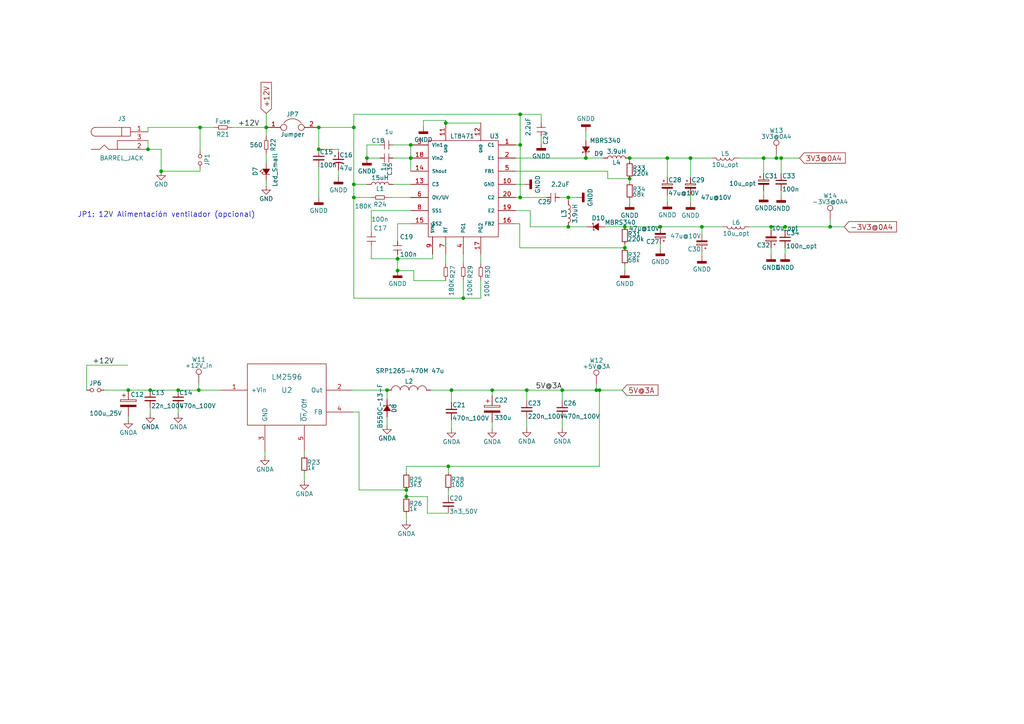
<source format=kicad_sch>
(kicad_sch (version 20211123) (generator eeschema)
  (paper "A4")
  (title_block (title "RP_CTRL_BOARD") (date "07/2018") (rev "3") (company "LabDPR") (comment 1 "L. Horacio Arnaldi"))
  (lib_symbols
    (symbol "lago_sch-rescue:BARREL_JACK" (pin_names (offset 1.016))
      (property "Reference" "CON" (at 0 6.35 0))
      (property "Value" "BARREL_JACK" (at 0 -5.08 0))
      (symbol "BARREL_JACK_0_1"
        (arc (start -8.89 2.54) (mid -8.5271 1.6254) (end -7.62 1.27))
        (arc (start -7.62 3.81) (mid -8.5088 3.4366) (end -8.89 2.54))
        (polyline (pts (xy -7.62 1.27) (xy 0 1.27)))
        (polyline (pts (xy 0 3.81) (xy -7.62 3.81)))
        (polyline (pts (xy 2.54 0) (xy -1.27 0) (xy -1.27 -2.54)))
        (polyline (pts (xy 2.54 -2.54) (xy -3.81 -2.54) (xy -5.08 -1.27) (xy -6.35 -2.54) (xy -8.89 -2.54)))
        (rectangle (start 2.54 3.81) (end 0 1.27))
      )
      (symbol "BARREL_JACK_1_1"
        (pin passive line (at 7.62 2.54 180) (length 5.08) (name "~") (number "1"))
        (pin passive line (at 7.62 -2.54 180) (length 5.08) (name "~") (number "2"))
        (pin passive line (at 7.62 0 180) (length 5.08) (name "~") (number "3"))
      )
    )
    (symbol "lago_sch-rescue:C" (pin_numbers hide) (pin_names (offset 0.254))
      (property "Reference" "C" (at 1.27 0.254 0))
      (property "Value" "C" (at 1.27 -1.524 0))
      (symbol "C_0_1"
        (polyline (pts (xy -1.27 0) (xy 1.27 0) (xy 1.27 0)))
        (polyline (pts (xy 1.27 -1.27) (xy -1.27 -1.27) (xy -1.27 -1.27)))
      )
      (symbol "C_1_1"
        (pin passive line (at 0 1.27 270) (length 1.27) (name "~") (number "1"))
        (pin passive line (at 0 -2.54 90) (length 1.27) (name "~") (number "2"))
      )
    )
    (symbol "lago_sch-rescue:CP" (pin_numbers hide) (pin_names (offset 0.254))
      (property "Reference" "C" (at 0.635 2.54 0))
      (property "Value" "CP" (at 0.635 -2.54 0))
      (symbol "CP_0_1"
        (rectangle (start -2.286 0.508) (end -2.286 1.016))
        (rectangle (start -2.286 0.508) (end 2.286 0.508))
        (polyline (pts (xy -1.778 2.286) (xy -0.762 2.286)))
        (polyline (pts (xy -1.27 2.794) (xy -1.27 1.778)))
        (rectangle (start 2.286 -0.508) (end -2.286 -1.016) (fill (type outline)))
        (rectangle (start 2.286 1.016) (end -2.286 1.016))
        (rectangle (start 2.286 1.016) (end 2.286 0.508))
      )
      (symbol "CP_1_1"
        (pin passive line (at 0 3.81 270) (length 2.794) (name "~") (number "1"))
        (pin passive line (at 0 -3.81 90) (length 2.794) (name "~") (number "2"))
      )
    )
    (symbol "lago_sch-rescue:CP1_Small" (pin_numbers hide) (pin_names (offset 0.254) hide)
      (property "Reference" "C" (at 0.254 1.778 0))
      (property "Value" "CP1_Small" (at 0.254 -2.032 0))
      (symbol "CP1_Small_0_1"
        (polyline (pts (xy -1.524 0.508) (xy 1.524 0.508)) (stroke (width 0.3048)))
        (polyline (pts (xy -1.27 1.524) (xy -0.762 1.524)))
        (polyline (pts (xy -1.016 1.27) (xy -1.016 1.778)))
        (arc (start 1.524 -0.762) (mid 0 -0.3734) (end -1.524 -0.762) (stroke (width 0.3048)))
      )
      (symbol "CP1_Small_1_1"
        (pin passive line (at 0 2.54 270) (length 2.032) (name "~") (number "1"))
        (pin passive line (at 0 -2.54 90) (length 2.032) (name "~") (number "2"))
      )
    )
    (symbol "lago_sch-rescue:CP_Small" (pin_numbers hide) (pin_names (offset 0.254) hide)
      (property "Reference" "C" (at 0.254 1.778 0))
      (property "Value" "CP_Small" (at 0.254 -2.032 0))
      (symbol "CP_Small_0_1"
        (rectangle (start -1.524 -0.3048) (end 1.524 -0.6858) (fill (type outline)))
        (rectangle (start -1.524 0.6858) (end 1.524 0.3048))
        (polyline (pts (xy -1.27 1.524) (xy -0.762 1.524)))
        (polyline (pts (xy -1.016 1.27) (xy -1.016 1.778)))
      )
      (symbol "CP_Small_1_1"
        (pin passive line (at 0 2.54 270) (length 1.8542) (name "~") (number "1"))
        (pin passive line (at 0 -2.54 90) (length 1.8542) (name "~") (number "2"))
      )
    )
    (symbol "lago_sch-rescue:C_Small" (pin_numbers hide) (pin_names (offset 0.254) hide)
      (property "Reference" "C" (at 0.254 1.778 0))
      (property "Value" "C_Small" (at 0.254 -2.032 0))
      (symbol "C_Small_0_1"
        (polyline (pts (xy -1.524 -0.508) (xy 1.524 -0.508)) (stroke (width 0.3302)))
        (polyline (pts (xy -1.524 0.508) (xy 1.524 0.508)) (stroke (width 0.3048)))
      )
      (symbol "C_Small_1_1"
        (pin passive line (at 0 2.54 270) (length 1.905) (name "~") (number "1"))
        (pin passive line (at 0 -2.54 90) (length 2.032) (name "~") (number "2"))
      )
    )
    (symbol "lago_sch-rescue:D_Schottky_Small" (pin_numbers hide) (pin_names (offset 0.254) hide)
      (property "Reference" "D" (at -1.27 2.032 0))
      (property "Value" "D_Schottky_Small" (at -7.112 -2.032 0))
      (symbol "D_Schottky_Small_0_1"
        (polyline (pts (xy -0.762 -1.016) (xy -0.762 1.016)))
        (polyline (pts (xy -0.762 -1.016) (xy -0.508 -1.016) (xy -0.508 -0.762)))
        (polyline (pts (xy -0.762 1.016) (xy -1.016 1.016) (xy -1.016 0.762)))
        (polyline (pts (xy 0.762 -1.016) (xy -0.762 0) (xy 0.762 1.016) (xy 0.762 -1.016)) (fill (type outline)))
      )
      (symbol "D_Schottky_Small_1_1"
        (pin passive line (at -2.54 0 0) (length 1.778) (name "K") (number "1"))
        (pin passive line (at 2.54 0 180) (length 1.778) (name "A") (number "2"))
      )
    )
    (symbol "lago_sch-rescue:D_Schottky_Small_ALT" (pin_numbers hide) (pin_names (offset 0.254) hide)
      (property "Reference" "D" (at -1.27 2.032 0))
      (property "Value" "D_Schottky_Small_ALT" (at -7.112 -2.032 0))
      (symbol "D_Schottky_Small_ALT_0_1"
        (polyline (pts (xy -0.762 -1.016) (xy -0.762 1.016)))
        (polyline (pts (xy -0.762 0) (xy 0.762 0)))
        (polyline (pts (xy -0.762 -1.016) (xy -0.508 -1.016) (xy -0.508 -0.762)))
        (polyline (pts (xy -0.762 1.016) (xy -1.016 1.016) (xy -1.016 0.762)))
        (polyline (pts (xy 0.762 -1.016) (xy -0.762 0) (xy 0.762 1.016) (xy 0.762 -1.016)) (fill (type outline)))
      )
      (symbol "D_Schottky_Small_ALT_1_1"
        (pin passive line (at -2.54 0 0) (length 1.778) (name "K") (number "1"))
        (pin passive line (at 2.54 0 180) (length 1.778) (name "A") (number "2"))
      )
    )
    (symbol "lago_sch-rescue:GND" (power) (pin_names (offset 0))
      (property "Value" "GND" (at 0 -3.81 0))
      (symbol "GND_0_1"
        (polyline (pts (xy 0 0) (xy 0 -1.27) (xy 1.27 -1.27) (xy 0 -2.54) (xy -1.27 -1.27) (xy 0 -1.27)))
      )
      (symbol "GND_1_1"
        (pin power_in line (at 0 0 270) (length 0) hide (name "GND") (number "1"))
      )
    )
    (symbol "lago_sch-rescue:GNDA" (power) (pin_names (offset 0))
      (property "Value" "GNDA" (at 0 -3.81 0))
      (symbol "GNDA_0_1"
        (polyline (pts (xy 0 0) (xy 0 -1.27) (xy 1.27 -1.27) (xy 0 -2.54) (xy -1.27 -1.27) (xy 0 -1.27)))
      )
      (symbol "GNDA_1_1"
        (pin power_in line (at 0 0 270) (length 0) hide (name "GNDA") (number "1"))
      )
    )
    (symbol "lago_sch-rescue:GNDD" (power) (pin_names (offset 0))
      (property "Value" "GNDD" (at 0 -3.175 0))
      (symbol "GNDD_0_1"
        (rectangle (start -1.27 -1.524) (end 1.27 -2.032) (stroke (width 0.254)) (fill (type outline)))
        (polyline (pts (xy 0 0) (xy 0 -1.524)))
      )
      (symbol "GNDD_1_1"
        (pin power_in line (at 0 0 270) (length 0) hide (name "GNDD") (number "1"))
      )
    )
    (symbol "lago_sch-rescue:INDUCTOR_SMALL" (pin_numbers hide) (pin_names (offset 0) hide)
      (property "Reference" "L" (at 0 2.54 0))
      (property "Value" "INDUCTOR_SMALL" (at 0 -1.27 0))
      (symbol "INDUCTOR_SMALL_0_1"
        (arc (start -2.54 0) (mid -3.81 1.27) (end -5.08 0))
        (arc (start 0 0) (mid -1.27 1.27) (end -2.54 0))
        (arc (start 2.54 0) (mid 1.27 1.27) (end 0 0))
        (arc (start 5.08 0) (mid 3.81 1.27) (end 2.54 0))
      )
      (symbol "INDUCTOR_SMALL_1_1"
        (pin input line (at -6.35 0 0) (length 1.27) (name "1") (number "1"))
        (pin input line (at 6.35 0 180) (length 1.27) (name "2") (number "2"))
      )
    )
    (symbol "lago_sch-rescue:Jumper" (pin_names (offset 0.762) hide)
      (property "Reference" "JP" (at 0 3.81 0))
      (property "Value" "Jumper" (at 0 -2.032 0))
      (symbol "Jumper_0_1"
        (circle (center -2.54 0) (radius 0.889))
        (arc (start 2.5146 1.27) (mid 0.0078 2.5097) (end -2.4892 1.27))
        (circle (center 2.54 0) (radius 0.889))
        (pin passive line (at -7.62 0 0) (length 4.191) (name "1") (number "1"))
        (pin passive line (at 7.62 0 180) (length 4.191) (name "2") (number "2"))
      )
    )
    (symbol "lago_sch-rescue:Jumper_NO_Small" (pin_numbers hide) (pin_names (offset 0.762) hide)
      (property "Reference" "JP" (at 0 2.032 0))
      (symbol "Jumper_NO_Small_0_1"
        (circle (center -1.016 0) (radius 0.508))
        (circle (center 1.016 0) (radius 0.508))
        (pin passive line (at -2.54 0 0) (length 1.016) (name "1") (number "1"))
        (pin passive line (at 2.54 0 180) (length 1.016) (name "2") (number "2"))
      )
    )
    (symbol "lago_sch-rescue:L" (pin_numbers hide) (pin_names (offset 1.016) hide)
      (property "Reference" "L" (at -1.27 0 90))
      (property "Value" "L" (at 1.905 0 90))
      (symbol "L_0_1"
        (arc (start 0 -2.54) (mid 0.635 -1.905) (end 0 -1.27))
        (arc (start 0 -1.27) (mid 0.635 -0.635) (end 0 0))
        (arc (start 0 0) (mid 0.635 0.635) (end 0 1.27))
        (arc (start 0 1.27) (mid 0.635 1.905) (end 0 2.54))
      )
      (symbol "L_1_1"
        (pin passive line (at 0 3.81 270) (length 1.27) (name "1") (number "1"))
        (pin passive line (at 0 -3.81 90) (length 1.27) (name "2") (number "2"))
      )
    )
    (symbol "lago_sch-rescue:LM2596" (pin_names (offset 1.016))
      (property "Reference" "U" (at 0 2.54 0))
      (property "Value" "LM2596" (at 0 6.35 0))
      (symbol "LM2596_0_1"
        (rectangle (start -11.43 10.16) (end 11.43 -7.62))
      )
      (symbol "LM2596_1_1"
        (pin input line (at -19.05 2.54 0) (length 7.62) (name "+Vin") (number "1"))
        (pin input line (at 19.05 2.54 180) (length 7.62) (name "Out") (number "2"))
        (pin input line (at -6.35 -15.24 90) (length 7.62) (name "GND") (number "3"))
        (pin input line (at 19.05 -3.81 180) (length 7.62) (name "FB") (number "4"))
        (pin input line (at 5.08 -15.24 90) (length 7.62) (name "~{On}/Off") (number "5"))
      )
    )
    (symbol "lago_sch-rescue:LT8471" (pin_names (offset 1.016))
      (property "Reference" "U" (at 7.62 13.97 0))
      (property "Value" "LT8471" (at -3.81 13.97 0))
      (symbol "LT8471_0_1"
        (rectangle (start -10.16 12.7) (end 10.16 -15.24))
      )
      (symbol "LT8471_1_1"
        (pin open_collector line (at 15.24 11.43 180) (length 5.08) (name "C1") (number "1"))
        (pin input line (at 15.24 0 180) (length 5.08) (name "GND") (number "10"))
        (pin power_in line (at -5.08 17.78 270) (length 5.08) (name "GND") (number "11"))
        (pin power_in line (at 5.08 17.78 270) (length 5.08) (name "GND") (number "12"))
        (pin input line (at -15.24 0 0) (length 5.08) (name "C3") (number "13"))
        (pin input line (at -15.24 3.81 0) (length 5.08) (name "Shout") (number "14"))
        (pin input line (at -15.24 -11.43 0) (length 5.08) (name "SS2") (number "15"))
        (pin output line (at 15.24 -11.43 180) (length 5.08) (name "FB2") (number "16"))
        (pin input line (at 5.08 -20.32 90) (length 5.08) (name "PG2") (number "17"))
        (pin input line (at -15.24 7.62 0) (length 5.08) (name "Vin2") (number "18"))
        (pin open_emitter line (at 15.24 -7.62 180) (length 5.08) (name "E2") (number "19"))
        (pin open_emitter line (at 15.24 7.62 180) (length 5.08) (name "E1") (number "2"))
        (pin open_collector line (at 15.24 -3.81 180) (length 5.08) (name "C2") (number "20"))
        (pin input line (at -15.24 11.43 0) (length 5.08) (name "Vin1") (number "3"))
        (pin input line (at 0 -20.32 90) (length 5.08) (name "PG1") (number "4"))
        (pin output line (at 15.24 3.81 180) (length 5.08) (name "FB1") (number "5"))
        (pin input line (at -15.24 -3.81 0) (length 5.08) (name "OV/UV") (number "6"))
        (pin input line (at -5.08 -20.32 90) (length 5.08) (name "RT") (number "7"))
        (pin input line (at -15.24 -7.62 0) (length 5.08) (name "SS1") (number "8"))
        (pin input line (at -8.89 -20.32 90) (length 5.08) (name "SYNC") (number "9"))
      )
    )
    (symbol "lago_sch-rescue:Led_Small" (pin_numbers hide) (pin_names (offset 0.254) hide)
      (property "Reference" "D" (at -1.27 3.175 0))
      (property "Value" "Led_Small" (at -4.445 -2.54 0))
      (symbol "Led_Small_0_1"
        (polyline (pts (xy -0.762 -1.016) (xy -0.762 1.016)))
        (polyline (pts (xy 0.762 -1.016) (xy -0.762 0) (xy 0.762 1.016) (xy 0.762 -1.016)) (fill (type outline)))
        (polyline (pts (xy 0 0.762) (xy -0.508 1.27) (xy -0.254 1.27) (xy -0.508 1.27) (xy -0.508 1.016)))
        (polyline (pts (xy 0.508 1.27) (xy 0 1.778) (xy 0.254 1.778) (xy 0 1.778) (xy 0 1.524)))
      )
      (symbol "Led_Small_1_1"
        (pin passive line (at -2.54 0 0) (length 1.778) (name "K") (number "1"))
        (pin passive line (at 2.54 0 180) (length 1.778) (name "A") (number "2"))
      )
    )
    (symbol "lago_sch-rescue:R" (pin_numbers hide) (pin_names (offset 0))
      (property "Reference" "R" (at -1.27 1.27 90))
      (property "Value" "R" (at 1.27 1.27 90))
      (symbol "R_0_1"
        (rectangle (start 0.508 1.27) (end -0.508 -1.27))
      )
      (symbol "R_1_1"
        (pin passive line (at 0 2.54 270) (length 1.27) (name "~") (number "1"))
        (pin passive line (at 0 -2.54 90) (length 1.27) (name "~") (number "2"))
      )
    )
    (symbol "lago_sch-rescue:R_Small" (pin_numbers hide) (pin_names (offset 0.254) hide)
      (property "Reference" "R" (at 0.762 0.508 0))
      (property "Value" "R_Small" (at 0.762 -1.016 0))
      (symbol "R_Small_0_1"
        (rectangle (start -0.762 1.778) (end 0.762 -1.778) (stroke (width 0.2032)))
      )
      (symbol "R_Small_1_1"
        (pin passive line (at 0 2.54 270) (length 0.762) (name "~") (number "1"))
        (pin passive line (at 0 -2.54 90) (length 0.762) (name "~") (number "2"))
      )
    )
    (symbol "lago_sch-rescue:TEST_1P" (pin_numbers hide) (pin_names (offset 0.762) hide)
      (property "Reference" "W" (at 0 6.858 0))
      (property "Value" "TEST_1P" (at 0 5.08 0))
      (symbol "TEST_1P_0_1"
        (circle (center 0 3.302) (radius 0.762))
      )
      (symbol "TEST_1P_1_1"
        (pin passive line (at 0 0 90) (length 2.54) (name "1") (number "1"))
      )
    )
  )
  (junction (at 223.647 65.786))
  (junction (at 225.171 45.847))
  (junction (at 102.616 57.277))
  (junction (at 130.048 135.255))
  (junction (at 142.748 113.157))
  (junction (at 46.736 49.657))
  (junction (at 117.856 144.018))
  (junction (at 221.488 45.847))
  (junction (at 117.856 142.113))
  (junction (at 150.876 33.147))
  (junction (at 200.279 45.847))
  (junction (at 182.626 45.847))
  (junction (at 112.268 113.157))
  (junction (at 182.626 51.816))
  (junction (at 77.216 36.957))
  (junction (at 92.456 36.957))
  (junction (at 226.568 45.847))
  (junction (at 130.937 113.157))
  (junction (at 181.229 71.882))
  (junction (at 193.548 45.847))
  (junction (at 115.316 75.057))
  (junction (at 119.126 45.847))
  (junction (at 191.516 65.786))
  (junction (at 164.846 65.786))
  (junction (at 227.711 65.786))
  (junction (at 169.926 45.847))
  (junction (at 42.926 43.307))
  (junction (at 163.068 113.157))
  (junction (at 57.658 113.157))
  (junction (at 129.286 35.687))
  (junction (at 119.126 42.037))
  (junction (at 181.229 65.786))
  (junction (at 203.581 65.786))
  (junction (at 58.039 36.957))
  (junction (at 43.561 113.157))
  (junction (at 150.876 42.037))
  (junction (at 51.689 113.157))
  (junction (at 102.616 53.467))
  (junction (at 172.974 113.157))
  (junction (at 115.316 78.486))
  (junction (at 240.792 65.786))
  (junction (at 106.426 45.847))
  (junction (at 37.211 113.157))
  (junction (at 92.456 43.307))
  (junction (at 102.616 36.957))
  (junction (at 152.781 113.157))
  (junction (at 164.846 57.277))
  (junction (at 173.863 113.157))
  (junction (at 150.876 57.277))
  (junction (at 134.366 86.487))
  (wire (pts (xy 107.696 71.247) (xy 107.696 75.057)))
  (wire (pts (xy 162.306 57.277) (xy 164.846 57.277)))
  (wire (pts (xy 130.048 135.255) (xy 173.863 135.255)))
  (wire (pts (xy 120.015 81.407) (xy 120.015 78.486)))
  (wire (pts (xy 115.316 75.057) (xy 125.476 75.057)))
  (wire (pts (xy 124.968 113.157) (xy 130.937 113.157)))
  (wire (pts (xy 123.952 148.844) (xy 123.952 144.018)))
  (wire (pts (xy 117.856 142.113) (xy 117.856 144.018)))
  (wire (pts (xy 98.171 43.307) (xy 92.456 43.307)))
  (wire (pts (xy 134.366 81.407) (xy 134.366 86.487)))
  (wire (pts (xy 125.476 75.057) (xy 125.476 73.787)))
  (wire (pts (xy 102.235 119.507) (xy 104.14 119.507)))
  (wire (pts (xy 112.268 113.157) (xy 102.235 113.157)))
  (wire (pts (xy 221.488 45.847) (xy 225.171 45.847)))
  (wire (pts (xy 117.856 135.255) (xy 130.048 135.255)))
  (wire (pts (xy 156.972 33.147) (xy 156.972 35.687)))
  (wire (pts (xy 25.146 105.918) (xy 37.084 105.918)))
  (wire (pts (xy 102.616 33.147) (xy 150.876 33.147)))
  (wire (pts (xy 130.937 113.157) (xy 130.937 116.713)))
  (wire (pts (xy 173.863 135.255) (xy 173.863 113.157)))
  (wire (pts (xy 58.039 36.957) (xy 62.103 36.957)))
  (wire (pts (xy 107.696 61.087) (xy 107.696 67.437)))
  (wire (pts (xy 115.316 73.787) (xy 115.316 75.057)))
  (wire (pts (xy 152.781 116.205) (xy 152.781 113.157)))
  (wire (pts (xy 150.876 33.147) (xy 156.972 33.147)))
  (wire (pts (xy 191.516 72.136) (xy 191.516 70.866)))
  (wire (pts (xy 200.279 56.515) (xy 200.279 58.674)))
  (wire (pts (xy 152.781 121.285) (xy 152.781 124.206)))
  (wire (pts (xy 46.736 49.657) (xy 58.039 49.657)))
  (wire (pts (xy 149.606 57.277) (xy 150.876 57.277)))
  (wire (pts (xy 25.146 113.157) (xy 25.146 105.918)))
  (wire (pts (xy 193.548 56.515) (xy 193.548 58.547)))
  (wire (pts (xy 214.122 45.847) (xy 221.488 45.847)))
  (wire (pts (xy 173.863 113.157) (xy 180.467 113.157)))
  (wire (pts (xy 130.048 142.113) (xy 130.048 143.764)))
  (wire (pts (xy 42.926 43.307) (xy 46.736 43.307)))
  (wire (pts (xy 181.229 70.866) (xy 181.229 71.882)))
  (wire (pts (xy 51.689 120.015) (xy 51.689 118.237)))
  (wire (pts (xy 106.426 45.847) (xy 110.236 45.847)))
  (wire (pts (xy 226.568 45.847) (xy 231.902 45.847)))
  (wire (pts (xy 77.216 36.957) (xy 77.216 39.497)))
  (wire (pts (xy 182.626 45.847) (xy 182.626 46.736)))
  (wire (pts (xy 225.171 45.847) (xy 226.568 45.847)))
  (wire (pts (xy 43.561 118.237) (xy 43.561 120.015)))
  (wire (pts (xy 163.068 113.157) (xy 172.974 113.157)))
  (wire (pts (xy 88.265 132.08) (xy 88.265 130.937)))
  (wire (pts (xy 115.316 64.897) (xy 115.316 69.977)))
  (wire (pts (xy 191.516 65.786) (xy 203.581 65.786)))
  (wire (pts (xy 134.366 86.487) (xy 139.446 86.487)))
  (wire (pts (xy 182.626 51.816) (xy 176.276 51.816)))
  (wire (pts (xy 149.606 45.847) (xy 169.926 45.847)))
  (wire (pts (xy 107.696 75.057) (xy 115.316 75.057)))
  (wire (pts (xy 57.658 113.157) (xy 64.135 113.157)))
  (wire (pts (xy 129.286 34.925) (xy 122.809 34.925)))
  (wire (pts (xy 200.279 45.847) (xy 200.279 51.435)))
  (wire (pts (xy 175.387 65.786) (xy 181.229 65.786)))
  (wire (pts (xy 129.286 35.687) (xy 129.286 34.925)))
  (wire (pts (xy 142.748 122.428) (xy 142.748 124.333)))
  (wire (pts (xy 227.711 71.882) (xy 227.711 73.787)))
  (wire (pts (xy 123.952 144.018) (xy 117.856 144.018)))
  (wire (pts (xy 102.616 36.957) (xy 102.616 53.467)))
  (wire (pts (xy 77.216 32.893) (xy 77.216 36.957)))
  (wire (pts (xy 149.606 42.037) (xy 150.876 42.037)))
  (wire (pts (xy 150.876 42.037) (xy 150.876 57.277)))
  (wire (pts (xy 142.748 113.157) (xy 152.781 113.157)))
  (wire (pts (xy 119.126 64.897) (xy 115.316 64.897)))
  (wire (pts (xy 115.316 78.486) (xy 120.015 78.486)))
  (wire (pts (xy 169.926 45.847) (xy 175.006 45.847)))
  (wire (pts (xy 182.626 58.674) (xy 182.626 57.912)))
  (wire (pts (xy 200.279 45.847) (xy 206.502 45.847)))
  (wire (pts (xy 129.286 73.787) (xy 129.286 76.327)))
  (wire (pts (xy 240.792 65.786) (xy 240.792 63.627)))
  (wire (pts (xy 203.581 65.786) (xy 203.581 67.945)))
  (wire (pts (xy 129.286 35.687) (xy 139.446 35.687)))
  (wire (pts (xy 221.488 50.292) (xy 221.488 45.847)))
  (wire (pts (xy 107.696 61.087) (xy 119.126 61.087)))
  (wire (pts (xy 227.711 66.802) (xy 227.711 65.786)))
  (wire (pts (xy 43.561 113.157) (xy 51.689 113.157)))
  (wire (pts (xy 164.846 57.277) (xy 164.846 58.166)))
  (wire (pts (xy 181.229 65.786) (xy 191.516 65.786)))
  (wire (pts (xy 102.616 86.487) (xy 134.366 86.487)))
  (wire (pts (xy 114.046 45.847) (xy 119.126 45.847)))
  (wire (pts (xy 163.068 121.285) (xy 163.068 124.206)))
  (wire (pts (xy 102.616 57.277) (xy 102.616 86.487)))
  (wire (pts (xy 226.568 55.372) (xy 226.568 56.642)))
  (wire (pts (xy 51.689 113.157) (xy 57.658 113.157)))
  (wire (pts (xy 115.316 75.057) (xy 115.316 78.486)))
  (wire (pts (xy 88.265 137.16) (xy 88.265 139.446)))
  (wire (pts (xy 119.126 42.037) (xy 119.126 45.847)))
  (wire (pts (xy 42.926 36.957) (xy 58.039 36.957)))
  (wire (pts (xy 77.216 53.848) (xy 77.216 52.324)))
  (wire (pts (xy 142.748 113.157) (xy 142.748 114.808)))
  (wire (pts (xy 134.366 73.787) (xy 134.366 76.327)))
  (wire (pts (xy 129.286 81.407) (xy 120.015 81.407)))
  (wire (pts (xy 203.581 65.786) (xy 209.677 65.786)))
  (wire (pts (xy 223.647 66.802) (xy 223.647 65.786)))
  (wire (pts (xy 149.606 53.467) (xy 152.146 53.467)))
  (wire (pts (xy 119.126 45.847) (xy 119.126 49.657)))
  (wire (pts (xy 122.809 34.925) (xy 122.809 36.703)))
  (wire (pts (xy 98.171 51.308) (xy 98.171 49.276)))
  (wire (pts (xy 37.211 113.157) (xy 43.561 113.157)))
  (wire (pts (xy 164.846 65.786) (xy 170.307 65.786)))
  (wire (pts (xy 130.937 121.793) (xy 130.937 124.333)))
  (wire (pts (xy 139.446 73.787) (xy 139.446 76.327)))
  (wire (pts (xy 182.626 52.832) (xy 182.626 51.816)))
  (wire (pts (xy 164.846 57.277) (xy 167.386 57.277)))
  (wire (pts (xy 181.229 71.882) (xy 150.749 71.882)))
  (wire (pts (xy 30.226 113.157) (xy 37.211 113.157)))
  (wire (pts (xy 117.856 137.033) (xy 117.856 135.255)))
  (wire (pts (xy 225.171 45.847) (xy 225.171 44.704)))
  (wire (pts (xy 58.039 43.815) (xy 58.039 36.957)))
  (wire (pts (xy 149.606 49.657) (xy 176.276 49.657)))
  (wire (pts (xy 76.835 132.334) (xy 76.835 130.937)))
  (wire (pts (xy 130.937 113.157) (xy 142.748 113.157)))
  (wire (pts (xy 223.647 65.786) (xy 227.711 65.786)))
  (wire (pts (xy 92.456 36.957) (xy 92.456 43.307)))
  (wire (pts (xy 112.776 57.277) (xy 119.126 57.277)))
  (wire (pts (xy 114.046 53.467) (xy 119.126 53.467)))
  (wire (pts (xy 172.974 111.379) (xy 172.974 113.157)))
  (wire (pts (xy 176.276 51.816) (xy 176.276 49.657)))
  (wire (pts (xy 42.926 40.767) (xy 42.926 43.307)))
  (wire (pts (xy 223.647 71.882) (xy 223.647 73.787)))
  (wire (pts (xy 77.216 44.577) (xy 77.216 47.244)))
  (wire (pts (xy 92.456 48.387) (xy 92.456 57.277)))
  (wire (pts (xy 181.229 78.486) (xy 181.229 76.962)))
  (wire (pts (xy 153.797 65.786) (xy 153.797 61.087)))
  (wire (pts (xy 67.183 36.957) (xy 77.216 36.957)))
  (wire (pts (xy 156.972 39.497) (xy 156.972 41.529)))
  (wire (pts (xy 150.749 64.897) (xy 149.606 64.897)))
  (wire (pts (xy 153.797 61.087) (xy 149.606 61.087)))
  (wire (pts (xy 117.856 149.098) (xy 117.856 151.003)))
  (wire (pts (xy 163.068 113.157) (xy 163.068 116.205)))
  (wire (pts (xy 152.781 113.157) (xy 163.068 113.157)))
  (wire (pts (xy 240.792 65.786) (xy 244.856 65.786)))
  (wire (pts (xy 37.211 121.666) (xy 37.211 120.777)))
  (wire (pts (xy 46.736 43.307) (xy 46.736 49.657)))
  (wire (pts (xy 203.581 74.295) (xy 203.581 73.025)))
  (wire (pts (xy 42.926 36.957) (xy 42.926 38.227)))
  (wire (pts (xy 102.616 53.467) (xy 102.616 57.277)))
  (wire (pts (xy 112.268 113.157) (xy 112.268 115.824)))
  (wire (pts (xy 217.297 65.786) (xy 223.647 65.786)))
  (wire (pts (xy 139.446 86.487) (xy 139.446 81.407)))
  (wire (pts (xy 182.626 45.847) (xy 193.548 45.847)))
  (wire (pts (xy 104.14 119.507) (xy 104.14 142.113)))
  (wire (pts (xy 92.456 36.957) (xy 102.616 36.957)))
  (wire (pts (xy 193.548 51.435) (xy 193.548 45.847)))
  (wire (pts (xy 58.039 49.657) (xy 58.039 48.895)))
  (wire (pts (xy 57.658 111.125) (xy 57.658 113.157)))
  (wire (pts (xy 98.171 44.196) (xy 98.171 43.307)))
  (wire (pts (xy 130.048 137.033) (xy 130.048 135.255)))
  (wire (pts (xy 130.048 148.844) (xy 123.952 148.844)))
  (wire (pts (xy 102.616 33.147) (xy 102.616 36.957)))
  (wire (pts (xy 150.876 33.147) (xy 150.876 42.037)))
  (wire (pts (xy 112.268 120.904) (xy 112.268 123.317)))
  (wire (pts (xy 104.14 142.113) (xy 117.856 142.113)))
  (wire (pts (xy 193.548 45.847) (xy 200.279 45.847)))
  (wire (pts (xy 106.426 42.037) (xy 110.236 42.037)))
  (wire (pts (xy 102.616 53.467) (xy 106.426 53.467)))
  (wire (pts (xy 119.126 42.037) (xy 114.046 42.037)))
  (wire (pts (xy 150.749 71.882) (xy 150.749 64.897)))
  (wire (pts (xy 172.974 113.157) (xy 173.863 113.157)))
  (wire (pts (xy 106.426 42.037) (xy 106.426 45.847)))
  (wire (pts (xy 226.568 45.847) (xy 226.568 50.292)))
  (wire (pts (xy 153.797 65.786) (xy 164.846 65.786)))
  (wire (pts (xy 221.488 55.372) (xy 221.488 56.515)))
  (wire (pts (xy 169.926 40.767) (xy 169.926 38.227)))
  (wire (pts (xy 227.711 65.786) (xy 240.792 65.786)))
  (wire (pts (xy 102.616 57.277) (xy 107.696 57.277)))
  (wire (pts (xy 150.876 57.277) (xy 158.496 57.277)))
  (text "JP1: 12V Alimentación ventilador (opcional)" (at 22.479 63.246 0) (effects (font (size 1.524 1.524)) (justify left bottom)))
  (label "+12V" (at 26.797 105.918 0) (effects (font (size 1.524 1.524))))
  (label "+12V" (at 68.961 36.957 0) (effects (font (size 1.524 1.524))))
  (label "5V@3A" (at 155.321 113.157 0) (effects (font (size 1.524 1.524))))
  (global_label "5V@3A" (shape input) (at 180.467 113.157 0) (effects (font (size 1.524 1.524))) (property "Intersheet References" "${INTERSHEET_REFS}" (effects hide)))
  (global_label "3V3@0A4" (shape input) (at 231.902 45.847 0) (effects (font (size 1.524 1.524))) (property "Intersheet References" "${INTERSHEET_REFS}" (effects hide)))
  (global_label "+12V" (shape input) (at 77.216 32.893 90) (effects (font (size 1.524 1.524))) (property "Intersheet References" "${INTERSHEET_REFS}" (effects hide)))
  (global_label "-3V3@0A4" (shape input) (at 244.856 65.786 0) (effects (font (size 1.524 1.524))) (property "Intersheet References" "${INTERSHEET_REFS}" (effects hide)))
  (symbol (lib_id "lago_sch-rescue:LT8471") (at 134.366 53.467 0) (unit 1)
    (property "Reference" "U3" (at 141.986 39.497 0) (effects (justify left)))
    (property "Value" "LT8471" (at 130.556 39.497 0) (effects (justify left)))
    (property "Footprint" "Housings_SSOP:TSSOP-20_4.4x6.5mm_Pitch0.65mm" (effects hide))
  )
  (symbol (lib_id "lago_sch-rescue:C") (at 112.776 42.037 270) (unit 1)
    (property "Reference" "C18" (at 107.696 40.767 90) (effects (justify left)))
    (property "Value" "1u" (at 111.506 38.227 90) (effects (justify left)))
    (property "Footprint" "w_smd_cap:c_0805" (effects hide))
  )
  (symbol (lib_id "lago_sch-rescue:L") (at 110.236 53.467 90) (unit 1)
    (property "Reference" "L1" (at 110.236 54.737 90))
    (property "Value" "15uH" (at 110.236 51.562 90))
    (property "Footprint" "Inductors_NEOSID:Neosid_Inductor_SM-NE56_SMD2220" (effects hide))
  )
  (symbol (lib_id "lago_sch-rescue:C") (at 156.972 36.957 0) (unit 1)
    (property "Reference" "C24" (at 158.242 42.037 90) (effects (justify left)))
    (property "Value" "2.2uF" (at 153.162 39.497 90) (effects (justify left)))
    (property "Footprint" "w_smd_cap:c_1206" (effects hide))
  )
  (symbol (lib_id "lago_sch-rescue:D_Schottky_Small_ALT") (at 169.926 43.307 90) (unit 1)
    (property "Reference" "D9" (at 175.006 44.577 90) (effects (justify left)))
    (property "Value" "MBRS340" (at 180.086 40.767 90) (effects (justify left)))
    (property "Footprint" "Diodes_SMD:DO-214AB" (effects hide))
  )
  (symbol (lib_id "lago_sch-rescue:L") (at 178.816 45.847 90) (unit 1)
    (property "Reference" "L4" (at 178.816 47.117 90))
    (property "Value" "3.9uH" (at 178.816 43.942 90))
    (property "Footprint" "Inductors:self_cms_we-tpc_XL" (effects hide))
  )
  (symbol (lib_id "lago_sch-rescue:L") (at 164.846 61.976 0) (unit 1)
    (property "Reference" "L3" (at 163.576 61.976 90))
    (property "Value" "3.9uH" (at 166.751 61.976 90))
    (property "Footprint" "Inductors:self_cms_we-tpc_XL" (effects hide))
  )
  (symbol (lib_id "lago_sch-rescue:C") (at 161.036 57.277 270) (unit 1)
    (property "Reference" "C25" (at 155.956 58.547 90) (effects (justify left)))
    (property "Value" "2.2uF" (at 159.766 53.467 90) (effects (justify left)))
    (property "Footprint" "w_smd_cap:c_1206" (effects hide))
  )
  (symbol (lib_id "lago_sch-rescue:R") (at 110.236 57.277 270) (unit 1)
    (property "Reference" "R24" (at 110.236 59.309 90))
    (property "Value" "180K" (at 105.41 59.817 90))
    (property "Footprint" "Resistors_SMD:R_0805_HandSoldering" (effects hide))
  )
  (symbol (lib_id "lago_sch-rescue:R") (at 129.286 78.867 0) (unit 1)
    (property "Reference" "R27" (at 131.318 78.867 90))
    (property "Value" "180K" (at 130.937 83.312 90))
    (property "Footprint" "Resistors_SMD:R_0805_HandSoldering" (effects hide))
  )
  (symbol (lib_id "lago_sch-rescue:R") (at 134.366 78.867 0) (unit 1)
    (property "Reference" "R29" (at 136.398 78.867 90))
    (property "Value" "100K" (at 136.271 83.439 90))
    (property "Footprint" "Resistors_SMD:R_0805_HandSoldering" (effects hide))
  )
  (symbol (lib_id "lago_sch-rescue:R") (at 139.446 78.867 0) (unit 1)
    (property "Reference" "R30" (at 141.478 78.867 90))
    (property "Value" "100K" (at 141.224 83.693 90))
    (property "Footprint" "Resistors_SMD:R_0805_HandSoldering" (effects hide))
  )
  (symbol (lib_id "lago_sch-rescue:C") (at 115.316 71.247 0) (unit 1)
    (property "Reference" "C19" (at 115.951 68.707 0) (effects (justify left)))
    (property "Value" "100n" (at 115.951 73.787 0) (effects (justify left)))
    (property "Footprint" "w_smd_cap:c_0805" (effects hide))
  )
  (symbol (lib_id "lago_sch-rescue:C") (at 107.696 68.707 0) (unit 1)
    (property "Reference" "C17" (at 108.331 66.167 0) (effects (justify left)))
    (property "Value" "100n" (at 107.696 63.627 0) (effects (justify left)))
    (property "Footprint" "w_smd_cap:c_0805" (effects hide))
  )
  (symbol (lib_id "lago_sch-rescue:GND") (at 46.736 49.657 0) (mirror y) (unit 1)
    (property "Reference" "#PWR071" (effects hide))
    (property "Value" "GND" (at 46.736 53.467 0))
  )
  (symbol (lib_id "lago_sch-rescue:Jumper") (at 84.836 36.957 0) (unit 1)
    (property "Reference" "JP7" (at 84.836 33.147 0))
    (property "Value" "Jumper" (at 84.836 38.989 0))
    (property "Footprint" "Pin_Headers:Pin_Header_Straight_1x02" (effects hide))
  )
  (symbol (lib_id "lago_sch-rescue:R") (at 77.216 42.037 0) (unit 1)
    (property "Reference" "R22" (at 79.248 42.037 90))
    (property "Value" "560" (at 74.295 42.037 0))
    (property "Footprint" "Resistors_SMD:R_0805_HandSoldering" (effects hide))
  )
  (symbol (lib_id "lago_sch-rescue:D_Schottky_Small_ALT") (at 172.847 65.786 0) (unit 1)
    (property "Reference" "D10" (at 171.577 63.246 0) (effects (justify left)))
    (property "Value" "MBRS340" (at 175.387 64.516 0) (effects (justify left)))
    (property "Footprint" "Diodes_SMD:DO-214AB" (effects hide))
  )
  (symbol (lib_id "lago_sch-rescue:BARREL_JACK") (at 35.306 40.767 0)
    (property "Reference" "J3" (at 35.306 34.417 0))
    (property "Value" "BARREL_JACK" (at 35.306 45.847 0))
    (property "Footprint" "Connect:BARREL_JACK" (effects hide))
  )
  (symbol (lib_id "lago_sch-rescue:TEST_1P") (at 225.171 44.704 0) (unit 1)
    (property "Reference" "W13" (at 225.171 37.846 0))
    (property "Value" "3V3@0A4" (at 225.171 39.624 0))
    (property "Footprint" "Measurement_Points:Measurement_Point_Round-SMD-Pad_Small" (effects hide))
  )
  (symbol (lib_id "lago_sch-rescue:TEST_1P") (at 240.792 63.627 0) (unit 1)
    (property "Reference" "W14" (at 240.792 56.769 0))
    (property "Value" "-3V3@0A4" (at 240.792 58.547 0))
    (property "Footprint" "Measurement_Points:Measurement_Point_Round-SMD-Pad_Small" (effects hide))
  )
  (symbol (lib_id "lago_sch-rescue:R") (at 64.643 36.957 270) (unit 1)
    (property "Reference" "R21" (at 64.643 38.989 90))
    (property "Value" "Fuse" (at 64.643 35.179 90))
    (property "Footprint" "Resistors_SMD:R_0805_HandSoldering" (effects hide))
  )
  (symbol (lib_id "lago_sch-rescue:CP1_Small") (at 98.171 46.736 0) (unit 1)
    (property "Reference" "C16" (at 98.425 44.958 0) (effects (justify left)))
    (property "Value" "47u" (at 98.425 48.768 0) (effects (justify left)))
    (property "Footprint" "Capacitors_ThroughHole:C_Radial_D6.3_L11.2_P2.5" (effects hide))
  )
  (symbol (lib_id "lago_sch-rescue:LM2596") (at 83.185 115.697 0) (unit 1)
    (property "Reference" "U2" (at 83.185 113.157 0) (effects (font (size 1.524 1.524))))
    (property "Value" "LM2596" (at 83.185 109.347 0) (effects (font (size 1.524 1.524))))
    (property "Footprint" "TO_SOT_Packages_SMD:TO-263-5Lead" (effects hide))
  )
  (symbol (lib_id "lago_sch-rescue:CP") (at 37.211 116.967 0) (unit 1)
    (property "Reference" "C12" (at 37.846 114.427 0) (effects (justify left)))
    (property "Value" "100u_25V" (at 25.908 119.888 0) (effects (justify left)))
    (property "Footprint" "Capacitors_ThroughHole:C_Radial_D6.3_L11.2_P2.5" (effects hide))
  )
  (symbol (lib_id "lago_sch-rescue:C_Small") (at 43.561 115.697 0) (unit 1)
    (property "Reference" "C13" (at 43.815 113.919 0) (effects (justify left)))
    (property "Value" "22n_100V" (at 43.815 117.729 0) (effects (justify left)))
    (property "Footprint" "w_smd_cap:c_0805" (effects hide))
  )
  (symbol (lib_id "lago_sch-rescue:C_Small") (at 51.689 115.697 0) (unit 1)
    (property "Reference" "C14" (at 51.943 113.919 0) (effects (justify left)))
    (property "Value" "470n_100V" (at 51.943 117.729 0) (effects (justify left)))
    (property "Footprint" "w_smd_cap:c_0805" (effects hide))
  )
  (symbol (lib_id "lago_sch-rescue:Jumper_NO_Small") (at 27.686 113.157 0) (unit 1)
    (property "Reference" "JP6" (at 27.686 111.125 0))
    (property "Value" "Jumper_NO_Small" (effects hide))
    (property "Footprint" "Pin_Headers:Pin_Header_Straight_1x02" (effects hide))
  )
  (symbol (lib_id "lago_sch-rescue:R_Small") (at 88.265 134.62 0) (unit 1)
    (property "Reference" "R23" (at 89.027 134.112 0) (effects (justify left)))
    (property "Value" "1k" (at 89.027 135.636 0) (effects (justify left)))
    (property "Footprint" "Resistors_SMD:R_0805_HandSoldering" (effects hide))
  )
  (symbol (lib_id "lago_sch-rescue:INDUCTOR_SMALL") (at 118.618 113.157 0) (unit 1)
    (property "Reference" "L2" (at 118.618 110.617 0))
    (property "Value" "SRP1265-470M 47u" (at 118.872 107.569 0))
    (property "Footprint" "Inductors:SELF-WE-PD-XXL" (effects hide))
  )
  (symbol (lib_id "lago_sch-rescue:D_Schottky_Small") (at 112.268 118.364 270) (unit 1)
    (property "Reference" "D8" (at 114.3 117.094 0) (effects (justify left)))
    (property "Value" "B550C-13-F" (at 110.236 111.252 0) (effects (justify left)))
    (property "Footprint" "Diodes_SMD:SMC_Standard" (effects hide))
  )
  (symbol (lib_id "lago_sch-rescue:C_Small") (at 130.937 119.253 0) (unit 1)
    (property "Reference" "C21" (at 131.191 117.475 0) (effects (justify left)))
    (property "Value" "470n_100V" (at 131.191 121.285 0) (effects (justify left)))
    (property "Footprint" "w_smd_cap:c_0805" (effects hide))
  )
  (symbol (lib_id "lago_sch-rescue:CP") (at 142.748 118.618 0) (unit 1)
    (property "Reference" "C22" (at 143.383 116.078 0) (effects (justify left)))
    (property "Value" "330u" (at 143.383 121.158 0) (effects (justify left)))
    (property "Footprint" "Capacitors_ThroughHole:C_Radial_D10_L16_P5" (effects hide))
  )
  (symbol (lib_id "lago_sch-rescue:C_Small") (at 152.781 118.745 0) (unit 1)
    (property "Reference" "C23" (at 153.035 116.967 0) (effects (justify left)))
    (property "Value" "220n_100V" (at 153.035 120.777 0) (effects (justify left)))
    (property "Footprint" "w_smd_cap:c_0805" (effects hide))
  )
  (symbol (lib_id "lago_sch-rescue:C_Small") (at 163.068 118.745 0) (unit 1)
    (property "Reference" "C26" (at 163.322 116.967 0) (effects (justify left)))
    (property "Value" "470n_100V" (at 163.322 120.777 0) (effects (justify left)))
    (property "Footprint" "w_smd_cap:c_0805" (effects hide))
  )
  (symbol (lib_id "lago_sch-rescue:R_Small") (at 117.856 139.573 0) (unit 1)
    (property "Reference" "R25" (at 118.618 139.065 0) (effects (justify left)))
    (property "Value" "3k3" (at 118.618 140.589 0) (effects (justify left)))
    (property "Footprint" "Resistors_SMD:R_0805_HandSoldering" (effects hide))
  )
  (symbol (lib_id "lago_sch-rescue:R_Small") (at 117.856 146.558 0) (unit 1)
    (property "Reference" "R26" (at 118.618 146.05 0) (effects (justify left)))
    (property "Value" "1k" (at 118.618 147.574 0) (effects (justify left)))
    (property "Footprint" "Resistors_SMD:R_0805_HandSoldering" (effects hide))
  )
  (symbol (lib_id "lago_sch-rescue:R_Small") (at 130.048 139.573 0) (unit 1)
    (property "Reference" "R28" (at 130.81 139.065 0) (effects (justify left)))
    (property "Value" "100" (at 130.81 140.589 0) (effects (justify left)))
    (property "Footprint" "Resistors_SMD:R_0805_HandSoldering" (effects hide))
  )
  (symbol (lib_id "lago_sch-rescue:C_Small") (at 130.048 146.304 0) (unit 1)
    (property "Reference" "C20" (at 130.302 144.526 0) (effects (justify left)))
    (property "Value" "3n3_50V" (at 130.302 148.336 0) (effects (justify left)))
    (property "Footprint" "w_smd_cap:c_0805" (effects hide))
  )
  (symbol (lib_id "lago_sch-rescue:TEST_1P") (at 57.658 111.125 0) (unit 1)
    (property "Reference" "W11" (at 57.658 104.267 0))
    (property "Value" "+12V_in" (at 57.658 106.045 0))
    (property "Footprint" "Measurement_Points:Measurement_Point_Round-SMD-Pad_Small" (effects hide))
  )
  (symbol (lib_id "lago_sch-rescue:TEST_1P") (at 172.974 111.379 0) (unit 1)
    (property "Reference" "W12" (at 172.974 104.521 0))
    (property "Value" "+5V@3A" (at 172.974 106.299 0))
    (property "Footprint" "Measurement_Points:Measurement_Point_Round-SMD-Pad_Small" (effects hide))
  )
  (symbol (lib_id "lago_sch-rescue:R_Small") (at 182.626 49.276 0) (unit 1)
    (property "Reference" "R33" (at 183.388 48.768 0) (effects (justify left)))
    (property "Value" "220k" (at 183.388 50.292 0) (effects (justify left)))
    (property "Footprint" "Resistors_SMD:R_0805_HandSoldering" (effects hide))
  )
  (symbol (lib_id "lago_sch-rescue:R_Small") (at 182.626 55.372 0) (unit 1)
    (property "Reference" "R34" (at 183.388 54.864 0) (effects (justify left)))
    (property "Value" "68k" (at 183.388 56.388 0) (effects (justify left)))
    (property "Footprint" "Resistors_SMD:R_0805_HandSoldering" (effects hide))
  )
  (symbol (lib_id "lago_sch-rescue:R_Small") (at 181.229 68.326 0) (unit 1)
    (property "Reference" "R31" (at 181.991 67.818 0) (effects (justify left)))
    (property "Value" "220k" (at 181.991 69.342 0) (effects (justify left)))
    (property "Footprint" "Resistors_SMD:R_0805_HandSoldering" (effects hide))
  )
  (symbol (lib_id "lago_sch-rescue:R_Small") (at 181.229 74.422 0) (unit 1)
    (property "Reference" "R32" (at 181.991 73.914 0) (effects (justify left)))
    (property "Value" "68k" (at 181.991 75.438 0) (effects (justify left)))
    (property "Footprint" "Resistors_SMD:R_0805_HandSoldering" (effects hide))
  )
  (symbol (lib_id "lago_sch-rescue:CP_Small") (at 191.516 68.326 180) (unit 1)
    (property "Reference" "C27" (at 191.262 70.104 0) (effects (justify left)))
    (property "Value" "47u@10V" (at 191.262 66.294 0) (effects (justify left)))
    (property "Footprint" "Capacitors_ThroughHole:C_Radial_D6.3_L11.2_P2.5" (effects hide))
  )
  (symbol (lib_id "lago_sch-rescue:CP_Small") (at 193.548 53.975 0) (unit 1)
    (property "Reference" "C28" (at 193.802 52.197 0) (effects (justify left)))
    (property "Value" "47u@10V" (at 193.802 56.007 0) (effects (justify left)))
    (property "Footprint" "Capacitors_ThroughHole:C_Radial_D6.3_L11.2_P2.5" (effects hide))
  )
  (symbol (lib_id "lago_sch-rescue:CP_Small") (at 223.647 69.342 180) (unit 1)
    (property "Reference" "C32" (at 223.393 71.12 0) (effects (justify left)))
    (property "Value" "10u_opt" (at 231.521 66.167 0) (effects (justify left)))
    (property "Footprint" "Capacitors_SMD:C_1812_HandSoldering" (effects hide))
  )
  (symbol (lib_id "lago_sch-rescue:C_Small") (at 227.711 69.342 0) (unit 1)
    (property "Reference" "C34" (at 227.965 67.564 0) (effects (justify left)))
    (property "Value" "100n_opt" (at 227.965 71.374 0) (effects (justify left)))
    (property "Footprint" "w_smd_cap:c_0805" (effects hide))
  )
  (symbol (lib_id "lago_sch-rescue:CP_Small") (at 221.488 52.832 0) (unit 1)
    (property "Reference" "C31" (at 221.742 51.054 0) (effects (justify left)))
    (property "Value" "10u_opt" (at 211.455 53.213 0) (effects (justify left)))
    (property "Footprint" "Capacitors_SMD:C_1812_HandSoldering" (effects hide))
  )
  (symbol (lib_id "lago_sch-rescue:C_Small") (at 226.568 52.832 0) (unit 1)
    (property "Reference" "C33" (at 226.822 51.054 0) (effects (justify left)))
    (property "Value" "100n" (at 226.822 54.864 0) (effects (justify left)))
    (property "Footprint" "w_smd_cap:c_0805" (effects hide))
  )
  (symbol (lib_id "lago_sch-rescue:CP_Small") (at 200.279 53.975 0) (unit 1)
    (property "Reference" "C29" (at 200.533 52.197 0) (effects (justify left)))
    (property "Value" "47u@10V" (at 203.2 57.277 0) (effects (justify left)))
    (property "Footprint" "Capacitors_ThroughHole:C_Radial_D6.3_L11.2_P2.5" (effects hide))
  )
  (symbol (lib_id "lago_sch-rescue:CP_Small") (at 203.581 70.485 180) (unit 1)
    (property "Reference" "C30" (at 203.327 72.263 0) (effects (justify left)))
    (property "Value" "47u@10V" (at 203.327 68.453 0) (effects (justify left)))
    (property "Footprint" "Capacitors_ThroughHole:C_Radial_D6.3_L11.2_P2.5" (effects hide))
  )
  (symbol (lib_id "lago_sch-rescue:L") (at 210.312 45.847 270) (unit 1)
    (property "Reference" "L5" (at 210.312 44.577 90))
    (property "Value" "10u_opt" (at 210.312 47.752 90))
    (property "Footprint" "Inductors_NEOSID:Neosid_Inductor_SM1206" (effects hide))
  )
  (symbol (lib_id "lago_sch-rescue:L") (at 213.487 65.786 270) (unit 1)
    (property "Reference" "L6" (at 213.487 64.516 90))
    (property "Value" "10u_opt" (at 213.487 67.691 90))
    (property "Footprint" "Inductors_NEOSID:Neosid_Inductor_SM1206" (effects hide))
  )
  (symbol (lib_id "lago_sch-rescue:Led_Small") (at 77.216 49.784 90) (unit 1)
    (property "Reference" "D7" (at 74.041 51.054 0) (effects (justify left)))
    (property "Value" "Led_Small" (at 79.756 54.229 0) (effects (justify left)))
    (property "Footprint" "w_smd_diode:sod123" (effects hide))
  )
  (symbol (lib_id "lago_sch-rescue:GND") (at 77.216 53.848 0) (unit 1)
    (property "Reference" "#PWR072" (effects hide))
    (property "Value" "GND" (at 77.216 57.658 0))
  )
  (symbol (lib_id "lago_sch-rescue:C_Small") (at 92.456 45.847 0) (unit 1)
    (property "Reference" "C15" (at 92.71 44.069 0) (effects (justify left)))
    (property "Value" "100n" (at 92.71 47.879 0) (effects (justify left)))
    (property "Footprint" "w_smd_cap:c_0805" (effects hide))
  )
  (symbol (lib_id "lago_sch-rescue:C") (at 112.776 45.847 270) (unit 1)
    (property "Reference" "C35" (at 113.03 47.117 0) (effects (justify left)))
    (property "Value" "1u" (at 111.252 47.117 0) (effects (justify left)))
    (property "Footprint" "w_smd_cap:c_0805" (effects hide))
  )
  (symbol (lib_id "lago_sch-rescue:GNDA") (at 37.211 121.666 0) (unit 1)
    (property "Reference" "#PWR073" (effects hide))
    (property "Value" "GNDA" (at 37.211 125.476 0))
  )
  (symbol (lib_id "lago_sch-rescue:GNDA") (at 43.561 120.015 0) (unit 1)
    (property "Reference" "#PWR074" (effects hide))
    (property "Value" "GNDA" (at 43.561 123.825 0))
  )
  (symbol (lib_id "lago_sch-rescue:GNDA") (at 51.689 120.015 0) (unit 1)
    (property "Reference" "#PWR075" (effects hide))
    (property "Value" "GNDA" (at 51.689 123.825 0))
  )
  (symbol (lib_id "lago_sch-rescue:GNDA") (at 76.835 132.334 0) (unit 1)
    (property "Reference" "#PWR076" (effects hide))
    (property "Value" "GNDA" (at 76.835 136.144 0))
  )
  (symbol (lib_id "lago_sch-rescue:GNDA") (at 88.265 139.446 0) (unit 1)
    (property "Reference" "#PWR077" (effects hide))
    (property "Value" "GNDA" (at 88.265 143.256 0))
  )
  (symbol (lib_id "lago_sch-rescue:GNDA") (at 117.856 151.003 0) (unit 1)
    (property "Reference" "#PWR078" (effects hide))
    (property "Value" "GNDA" (at 117.856 154.813 0))
  )
  (symbol (lib_id "lago_sch-rescue:GNDA") (at 112.268 123.317 0) (unit 1)
    (property "Reference" "#PWR079" (effects hide))
    (property "Value" "GNDA" (at 112.268 127.127 0))
  )
  (symbol (lib_id "lago_sch-rescue:GNDA") (at 130.937 124.333 0) (unit 1)
    (property "Reference" "#PWR080" (effects hide))
    (property "Value" "GNDA" (at 130.937 128.143 0))
  )
  (symbol (lib_id "lago_sch-rescue:GNDA") (at 142.748 124.333 0) (unit 1)
    (property "Reference" "#PWR081" (effects hide))
    (property "Value" "GNDA" (at 142.748 128.143 0))
  )
  (symbol (lib_id "lago_sch-rescue:GNDA") (at 152.781 124.206 0) (unit 1)
    (property "Reference" "#PWR082" (effects hide))
    (property "Value" "GNDA" (at 152.781 128.016 0))
  )
  (symbol (lib_id "lago_sch-rescue:GNDA") (at 163.068 124.206 0) (unit 1)
    (property "Reference" "#PWR083" (effects hide))
    (property "Value" "GNDA" (at 163.068 128.016 0))
  )
  (symbol (lib_id "lago_sch-rescue:GNDD") (at 92.456 57.277 0) (unit 1)
    (property "Reference" "#PWR084" (effects hide))
    (property "Value" "GNDD" (at 92.456 61.087 0))
  )
  (symbol (lib_id "lago_sch-rescue:GNDD") (at 98.171 51.308 0) (unit 1)
    (property "Reference" "#PWR085" (effects hide))
    (property "Value" "GNDD" (at 98.171 55.118 0))
  )
  (symbol (lib_id "lago_sch-rescue:GNDD") (at 106.426 45.847 0) (unit 1)
    (property "Reference" "#PWR086" (effects hide))
    (property "Value" "GNDD" (at 106.426 49.657 0))
  )
  (symbol (lib_id "lago_sch-rescue:GNDD") (at 122.809 36.703 0) (unit 1)
    (property "Reference" "#PWR087" (effects hide))
    (property "Value" "GNDD" (at 122.809 40.513 0))
  )
  (symbol (lib_id "lago_sch-rescue:GNDD") (at 156.972 41.529 0) (unit 1)
    (property "Reference" "#PWR088" (effects hide))
    (property "Value" "GNDD" (at 156.972 45.339 0))
  )
  (symbol (lib_id "lago_sch-rescue:GNDD") (at 169.926 38.227 180) (unit 1)
    (property "Reference" "#PWR089" (effects hide))
    (property "Value" "GNDD" (at 169.926 34.417 0))
  )
  (symbol (lib_id "lago_sch-rescue:GNDD") (at 115.316 78.486 0) (unit 1)
    (property "Reference" "#PWR090" (effects hide))
    (property "Value" "GNDD" (at 115.316 82.296 0))
  )
  (symbol (lib_id "lago_sch-rescue:GNDD") (at 167.386 57.277 90) (unit 1)
    (property "Reference" "#PWR091" (effects hide))
    (property "Value" "GNDD" (at 171.196 57.277 0))
  )
  (symbol (lib_id "lago_sch-rescue:GNDD") (at 152.146 53.467 90) (unit 1)
    (property "Reference" "#PWR092" (effects hide))
    (property "Value" "GNDD" (at 155.956 53.467 0))
  )
  (symbol (lib_id "lago_sch-rescue:GNDD") (at 181.229 78.486 0) (unit 1)
    (property "Reference" "#PWR093" (effects hide))
    (property "Value" "GNDD" (at 181.229 82.296 0))
  )
  (symbol (lib_id "lago_sch-rescue:GNDD") (at 191.516 72.136 0) (unit 1)
    (property "Reference" "#PWR094" (effects hide))
    (property "Value" "GNDD" (at 191.516 75.946 0))
  )
  (symbol (lib_id "lago_sch-rescue:GNDD") (at 203.581 74.295 0) (unit 1)
    (property "Reference" "#PWR095" (effects hide))
    (property "Value" "GNDD" (at 203.581 78.105 0))
  )
  (symbol (lib_id "lago_sch-rescue:GNDD") (at 223.647 73.787 0) (unit 1)
    (property "Reference" "#PWR096" (effects hide))
    (property "Value" "GNDD" (at 223.647 77.597 0))
  )
  (symbol (lib_id "lago_sch-rescue:GNDD") (at 227.711 73.787 0) (unit 1)
    (property "Reference" "#PWR097" (effects hide))
    (property "Value" "GNDD" (at 227.711 77.597 0))
  )
  (symbol (lib_id "lago_sch-rescue:GNDD") (at 226.568 56.642 0) (unit 1)
    (property "Reference" "#PWR098" (effects hide))
    (property "Value" "GNDD" (at 226.568 60.452 0))
  )
  (symbol (lib_id "lago_sch-rescue:GNDD") (at 221.488 56.515 0) (unit 1)
    (property "Reference" "#PWR099" (effects hide))
    (property "Value" "GNDD" (at 221.488 60.325 0))
  )
  (symbol (lib_id "lago_sch-rescue:GNDD") (at 200.279 58.674 0) (unit 1)
    (property "Reference" "#PWR0100" (effects hide))
    (property "Value" "GNDD" (at 200.279 62.484 0))
  )
  (symbol (lib_id "lago_sch-rescue:GNDD") (at 193.548 58.547 0) (unit 1)
    (property "Reference" "#PWR0101" (effects hide))
    (property "Value" "GNDD" (at 193.548 62.357 0))
  )
  (symbol (lib_id "lago_sch-rescue:GNDD") (at 182.626 58.674 0) (unit 1)
    (property "Reference" "#PWR0102" (effects hide))
    (property "Value" "GNDD" (at 182.626 62.484 0))
  )
  (symbol (lib_id "lago_sch-rescue:Jumper_NO_Small") (at 58.039 46.355 270) (unit 1)
    (property "Reference" "JP1" (at 60.071 46.355 0))
    (property "Value" "Jumper_NO_Small" (effects hide))
    (property "Footprint" "Pin_Headers:Pin_Header_Straight_1x02" (effects hide))
  )
)
</source>
